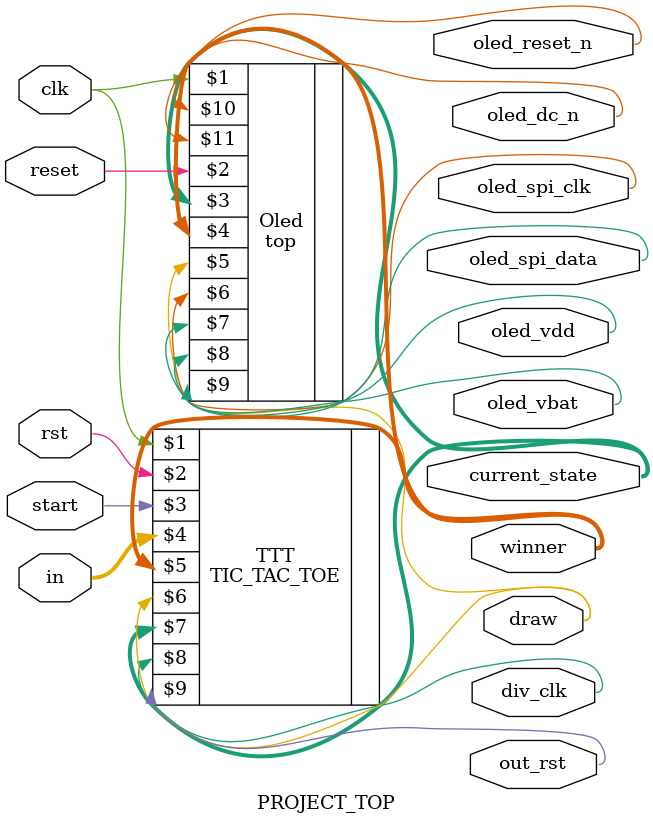
<source format=v>
`timescale 1ns / 1ps


module PROJECT_TOP(clk,rst,start,in,winner,draw,current_state,div_clk,out_rst,oled_spi_clk,oled_spi_data,oled_vdd,oled_vbat,oled_reset_n,oled_dc_n,reset );
input clk,rst,start;
input [3:0]in;
output [1:0]winner;
output [1:0] current_state;
output div_clk;
output draw;
output out_rst;
input reset;
output oled_spi_clk;
output oled_spi_data;
output oled_vdd;
output oled_vbat;
output oled_reset_n;
output oled_dc_n; 


TIC_TAC_TOE  TTT(clk,rst,start,in,winner,draw,current_state,div_clk,out_rst);// TIC TAC TOE MODULE DECLARATION
top Oled(clk,reset,current_state,winner,draw,oled_spi_clk,oled_spi_data,oled_vdd,oled_vbat,oled_reset_n,oled_dc_n );//OLED MODULE DECLARATION


endmodule

</source>
